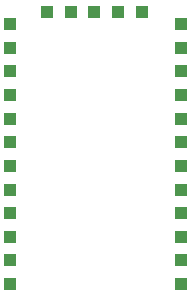
<source format=gbr>
G04 #@! TF.GenerationSoftware,KiCad,Pcbnew,(5.0.0)*
G04 #@! TF.CreationDate,2021-02-11T09:18:10+00:00*
G04 #@! TF.ProjectId,ESPV-BUG,455350562D4255472E6B696361645F70,rev?*
G04 #@! TF.SameCoordinates,Original*
G04 #@! TF.FileFunction,Paste,Bot*
G04 #@! TF.FilePolarity,Positive*
%FSLAX46Y46*%
G04 Gerber Fmt 4.6, Leading zero omitted, Abs format (unit mm)*
G04 Created by KiCad (PCBNEW (5.0.0)) date 02/11/21 09:18:10*
%MOMM*%
%LPD*%
G01*
G04 APERTURE LIST*
%ADD10R,1.000000X1.000000*%
G04 APERTURE END LIST*
D10*
G04 #@! TO.C,J2*
X163900000Y-89300000D03*
X163900000Y-87300000D03*
X163900000Y-85300000D03*
X163900000Y-83300000D03*
X163900000Y-81300000D03*
X163900000Y-79300000D03*
X163900000Y-77300000D03*
X163900000Y-75300000D03*
X163900000Y-73300000D03*
X163900000Y-71300000D03*
X163900000Y-69300000D03*
X163900000Y-67300000D03*
G04 #@! TD*
G04 #@! TO.C,J3*
X167000000Y-66300000D03*
X169000000Y-66300000D03*
X171000000Y-66300000D03*
X173000000Y-66300000D03*
X175000000Y-66300000D03*
G04 #@! TD*
G04 #@! TO.C,J1*
X178300000Y-67300000D03*
X178300000Y-69300000D03*
X178300000Y-71300000D03*
X178300000Y-73300000D03*
X178300000Y-75300000D03*
X178300000Y-77300000D03*
X178300000Y-79300000D03*
X178300000Y-81300000D03*
X178300000Y-83300000D03*
X178300000Y-85300000D03*
X178300000Y-87300000D03*
X178300000Y-89300000D03*
G04 #@! TD*
M02*

</source>
